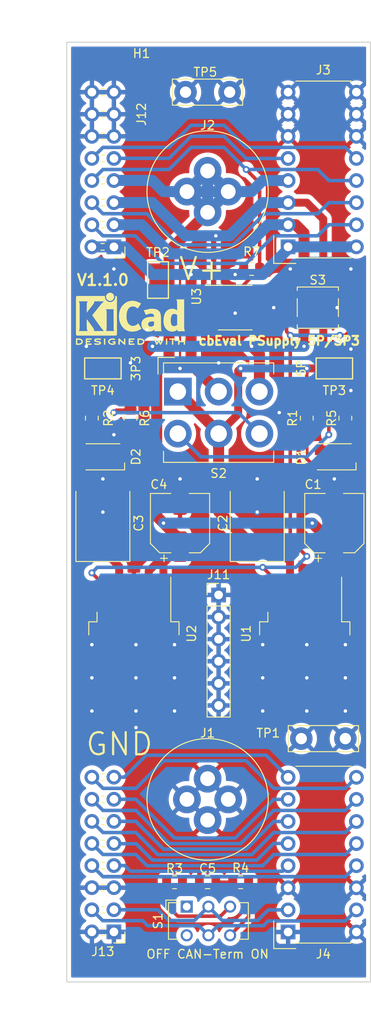
<source format=kicad_pcb>
(kicad_pcb (version 20211014) (generator pcbnew)
  (title_block (title "cbEval PSupply 5P/3P3") (rev "1.0.0"))
  (layers (0 "F.Cu" signal) (31 "B.Cu" signal) (34 "B.Paste" user) (35 "F.Paste" user) (36 "B.SilkS" user "B.Silkscreen") (37 "F.SilkS" user "F.Silkscreen") (38 "B.Mask" user) (39 "F.Mask" user) (44 "Edge.Cuts" user))
  (property "TITLE" "cbEval PSupply 5P/3P3")
  (property "VERSION" "V1.1.0")
  (net 0 "")
  (net 1 "VCC")
  (net 2 "GND")
  (net 3 "+5V")
  (net 4 "+3V3")
  (net 5 "~{RESET}")
  (net 6 "Net-(D1-Pad4)")
  (net 7 "Net-(D2-Pad4)")
  (net 8 "Net-(D1-Pad2)")
  (net 9 "/SPI-ADR2")
  (net 10 "/One-Wire")
  (net 11 "Net-(D2-Pad2)")
  (net 12 "+VDC")
  (net 13 "Net-(C5-Pad1)")
  (net 14 "Net-(R3-Pad2)")
  (net 15 "Net-(R4-Pad2)")
  (net 18 "Net-(R5-Pad1)")
  (net 19 "Net-(R6-Pad1)")
  (net 20 "~{PWR-FAIL}")
  (net 21 "-15V")
  (net 22 "+15V")
  (net 23 "/I2C-SCL")
  (net 24 "/I2C-SDA")
  (net 25 "/SPI-ADR1")
  (net 26 "/SPI-ADR0")
  (net 27 "/SPI-~{CE}")
  (net 28 "/SPI-CLK")
  (net 29 "/SPI-MRST")
  (net 30 "/SPI-MTSR")
  (net 31 "/CAN-L")
  (net 32 "/CAN-H")
  (net 33 "/Reserved1")
  (net 34 "/Reserved0")
  (footprint "BTech.Housing:Camdenboss.CIME.E.BE3500S.1x" (layer "F.Cu") (at 146.05 100.965)
    (fp_text reference "H1")
    (fp_text value "CIME.E.BE3500S.1x")
    (fp_line (start 17.5 -54) (end 17.5 54) (layer "Edge.Cuts") (width 0.12))
    (fp_line (start 17.5 54) (end -17.5 54) (layer "Edge.Cuts") (width 0.12))
    (fp_line (start -17.5 54) (end -17.5 -54) (layer "Edge.Cuts") (width 0.12))
    (fp_line (start -17.5 -54) (end 17.5 -54) (layer "Edge.Cuts") (width 0.12))
  )
  (footprint "BTech.Connector.4mm:CAL.CT3151V1" (layer "F.Cu") (at 144.78 133.985)
    (fp_text reference "J1")
    (fp_text value "CAL.CT3151V1-0" hide)
  )
  (footprint "TestPoint:TestPoint_Keystone_5019_Minature" (layer "F.Cu") (at 132.715 84.455)
    (fp_text reference "TP4")
    (fp_text value "SMT5019" hide)
  )
  (footprint "BTech.Connector.AMPMODU-ModII:Socket.Hor.2x5.6-5535512-4" (layer "F.Cu") (at 161.925 141.605)
    (fp_text reference "J4")
    (fp_text value "Socket.Hor.2x8.1-5535512-8" hide)
  )
  (footprint "Symbol:KiCad-Logo2_5mm_SilkScreen" (layer "F.Cu") (at 135.89 78.74)
    (fp_text reference "MP1" hide)
    (fp_text value "KiCAD-DesignedWith-Logo2.5mm.SilkScreen" hide)
  )
  (footprint "BTech.Connector.AMPMODU-ModII:Socket.Hor.2x5.6-5535512-4" (layer "F.Cu") (at 161.925 62.865)
    (fp_text reference "J3")
    (fp_text value "Socket.Hor.2x8.1-5535512-8" hide)
  )
  (footprint "BTech.Connector.4mm:CAL.CT3151V1" (layer "F.Cu") (at 144.78 64.135)
    (fp_text reference "J2")
    (fp_text value "CAL.CT3151V1-2" hide)
  )
  (footprint "LED_SMD:LED_Avago_PLCC4_3.2x2.8mm_CW" (layer "F.Cu") (at 132.715 94.615 180)
    (fp_text reference "D2")
    (fp_text value "E682KRKGWT" hide)
  )
  (footprint "Resistor_SMD:R_0805_2012Metric" (layer "F.Cu") (at 156.21 90.17 90)
    (fp_text reference "R1")
    (fp_text value "649R" hide)
  )
  (footprint "BTech.Button-Switch:E-Switch.100A.M2.DPDT" (layer "F.Cu") (at 146.05 89.535)
    (fp_text reference "S2")
    (fp_text value "E-Switch.100A.WDP1.T2.B4.M2" hide)
  )
  (footprint "Package_TO_SOT_SMD:TO-263-5_TabPin3" (layer "F.Cu") (at 155.975 116.525 -90)
    (fp_text reference "U1")
    (fp_text value "MIC29151-5.0WU" hide)
  )
  (footprint "Capacitor_SMD:C_0805_2012Metric" (layer "F.Cu") (at 144.78 143.51 180)
    (fp_text reference "C5")
    (fp_text value "4n7" hide)
  )
  (footprint "Resistor_SMD:R_0805_2012Metric" (layer "F.Cu") (at 135.89 90.17 -90)
    (fp_text reference "R6")
    (fp_text value "649R" hide)
  )
  (footprint "Package_SO:SOIC-8_3.9x4.9mm_P1.27mm" (layer "F.Cu") (at 147.955 77.47)
    (fp_text reference "U3")
    (fp_text value "DS1834AS+" hide)
  )
  (footprint "TestPoint:TestPoint_Bridge_Pitch5.08mm_Drill1.3mm" (layer "F.Cu") (at 155.575 127)
    (fp_text reference "TP1")
    (fp_text value "TAB1287" hide)
  )
  (footprint "BTech.PinHeader.2-54mm:PinHeader_2x08_P2.54mm_Horizontal" (layer "F.Cu") (at 133.985 70.485 180)
    (fp_text reference "J12")
    (fp_text value "Header.Hor.2x8.9-103326-0-08" hide)
  )
  (footprint "TestPoint:TestPoint_Bridge_Pitch5.08mm_Drill1.3mm" (layer "F.Cu") (at 147.32 52.705 180)
    (fp_text reference "TP5")
    (fp_text value "TAB1287" hide)
  )
  (footprint "Resistor_SMD:R_0805_2012Metric" (layer "F.Cu") (at 140.97 143.51 180)
    (fp_text reference "R3")
    (fp_text value "60R4" hide)
  )
  (footprint "Button_Switch_SMD:SW_SPST_TL3305A" (layer "F.Cu") (at 157.48 77.47 180)
    (fp_text reference "S3")
    (fp_text value "TL3305A" hide)
  )
  (footprint "Resistor_SMD:R_0805_2012Metric" (layer "F.Cu") (at 160.655 90.17 -90)
    (fp_text reference "R5")
    (fp_text value "649R" hide)
  )
  (footprint "Capacitor_Tantalum_SMD:CP_EIA-7360-38_Kemet-E" (layer "F.Cu") (at 150.495 102.235 90)
    (fp_text reference "C2")
    (fp_text value "10µ" hide)
  )
  (footprint "TestPoint:TestPoint_Keystone_5019_Minature" (layer "F.Cu") (at 139.065 74.295 90)
    (fp_text reference "TP2")
    (fp_text value "SMT5019" hide)
  )
  (footprint "Capacitor_SMD:CP_Elec_6.3x7.7" (layer "F.Cu") (at 159.385 102.235 90)
    (fp_text reference "C1")
    (fp_text value "100µ" hide)
  )
  (footprint "Capacitor_Tantalum_SMD:CP_EIA-7360-38_Kemet-E" (layer "F.Cu") (at 132.715 102.235 90)
    (fp_text reference "C3")
    (fp_text value "10µ" hide)
  )
  (footprint "Capacitor_SMD:CP_Elec_6.3x7.7" (layer "F.Cu") (at 141.605 102.235 90)
    (fp_text reference "C4")
    (fp_text value "100µ" hide)
  )
  (footprint "Package_TO_SOT_SMD:TO-263-5_TabPin3" (layer "F.Cu") (at 136.29 116.525 -90)
    (fp_text reference "U2")
    (fp_text value "MIC29151-3.3WU" hide)
  )
  (footprint "Resistor_SMD:R_0805_2012Metric" (layer "F.Cu") (at 148.59 143.51)
    (fp_text reference "R4")
    (fp_text value "60R4" hide)
  )
  (footprint "Resistor_SMD:R_0805_2012Metric" (layer "F.Cu") (at 131.445 90.17 90)
    (fp_text reference "R2")
    (fp_text value "240R" hide)
  )
  (footprint "BTech.PinHeader.2-54mm:PinHeader_2x08_P2.54mm_Horizontal" (layer "F.Cu") (at 133.985 149.21 180)
    (fp_text reference "J13")
    (fp_text value "Header.Hor.2x8.9-103326-0-08" hide)
  )
  (footprint "TestPoint:TestPoint_Keystone_5019_Minature" (layer "F.Cu") (at 159.385 84.455)
    (fp_text reference "TP3")
    (fp_text value "SMT5019" hide)
  )
  (footprint "Button_Switch_THT:SW_CuK_JS202011CQN_DPDT_Straight" (layer "F.Cu") (at 142.3725 146.305)
    (fp_text reference "S1")
    (fp_text value "C&K-JS202011" hide)
  )
  (footprint "Connector_PinHeader_2.54mm:PinHeader_1x06_P2.54mm_Vertical" (layer "F.Cu") (at 146.05 110.49)
    (fp_text reference "J11")
    (fp_text value "Bergstik-II_6" hide)
  )
  (footprint "LED_SMD:LED_Avago_PLCC4_3.2x2.8mm_CW" (layer "F.Cu") (at 159.385 94.615 180)
    (fp_text reference "D1")
    (fp_text value "E682KRKGWT" hide)
  )
  (footprint "Resistor_SMD:R_0805_2012Metric" (layer "F.Cu") (at 149.86 73.025)
    (fp_text reference "R7")
    (fp_text value "10k" hide)
  )
  (gr_text "GND" (at 134.62 127.635) (layer "F.SilkS") (effects (font (size 2.54 2.54) (thickness 0.254))))
  (gr_text "${TITLE}" (at 153.035 81.28) (layer "F.SilkS") (effects (font (size 1.016 1.016) (thickness 0.254))))
  (gr_text "${VERSION}" (at 132.715 74.295) (layer "F.SilkS") (effects (font (size 1.27 1.27) (thickness 0.254))))
  (gr_text "V+" (at 144.145 73.025) (layer "F.SilkS") (effects (font (size 2.54 2.54) (thickness 0.254))))
  (gr_text "OFF CAN-Term ON" (at 144.78 151.765) (layer "F.SilkS") (effects (font (size 1 1))))
  (gr_text "3P3" (at 136.525 84.455 90) (layer "F.SilkS") (effects (font (size 1 1))))
  (gr_text "5P" (at 155.575 84.455 90) (layer "F.SilkS") (effects (font (size 1 1))))
  (segment (start 142.875 83.945) (end 142.875 73.66) (width 1.27) (layer "F.Cu") (net 1))
  (segment (start 146.05 87.12) (end 142.875 83.945) (width 1.27) (layer "F.Cu") (net 1))
  (segment (start 148.9475 73.025) (end 148.59 73.025) (width 0.4064) (layer "F.Cu") (net 1))
  (segment (start 148.59 73.025) (end 147.955 73.66) (width 0.4064) (layer "F.Cu") (net 1))
  (via (at 147.955 73.66) (size 0.8) (drill 0.4) (layers "F.Cu" "B.Cu") (net 1))
  (via (at 142.875 73.66) (size 0.8) (drill 0.4) (layers "F.Cu" "B.Cu") (net 1))
  (segment (start 135.255 70.485) (end 133.985 70.485) (width 1.27) (layer "B.Cu") (net 1))
  (segment (start 138.43 73.66) (end 135.255 70.485) (width 1.27) (layer "B.Cu") (net 1))
  (segment (start 147.955 73.66) (end 138.43 73.66) (width 1.27) (layer "B.Cu") (net 1))
  (segment (start 147.955 73.66) (end 151.13 73.66) (width 1.27) (layer "B.Cu") (net 1))
  (segment (start 154.055 70.485) (end 154.055 70.735) (width 1.27) (layer "B.Cu") (net 1))
  (segment (start 154.055 70.485) (end 161.925 70.485) (width 1.27) (layer "B.Cu") (net 1))
  (segment (start 131.445 70.485) (end 133.985 70.485) (width 1.27) (layer "B.Cu") (net 1))
  (segment (start 154.055 70.735) (end 151.13 73.66) (width 1.27) (layer "B.Cu") (net 1))
  (via (at 140.97 120.015) (size 0.8) (drill 0.4) (layers "F.Cu" "B.Cu") (net 2))
  (via (at 133.985 92.075) (size 0.8) (drill 0.4) (layers "F.Cu" "B.Cu") (net 2))
  (via (at 159.385 97.155) (size 0.8) (drill 0.4) (layers "F.Cu" "B.Cu") (net 2))
  (via (at 152.4 77.47) (size 0.8) (drill 0.4) (layers "F.Cu" "B.Cu") (net 2))
  (via (at 150.495 100.965) (size 0.8) (drill 0.4) (layers "F.Cu" "B.Cu") (net 2))
  (via (at 146.05 83.82) (size 0.8) (drill 0.4) (layers "F.Cu" "B.Cu") (net 2))
  (via (at 131.445 116.205) (size 0.8) (drill 0.4) (layers "F.Cu" "B.Cu") (net 2))
  (via (at 161.29 73.025) (size 0.8) (drill 0.4) (layers "F.Cu" "B.Cu") (net 2))
  (via (at 135.89 83.82) (size 0.8) (drill 0.4) (layers "F.Cu" "B.Cu") (net 2))
  (via (at 151.13 123.825) (size 0.8) (drill 0.4) (layers "F.Cu" "B.Cu") (net 2))
  (via (at 156.21 120.015) (size 0.8) (drill 0.4) (layers "F.Cu" "B.Cu") (net 2))
  (via (at 147.955 78.105) (size 0.8) (drill 0.4) (layers "F.Cu" "B.Cu") (net 2))
  (via (at 136.525 125.73) (size 0.8) (drill 0.4) (layers "F.Cu" "B.Cu") (net 2))
  (via (at 159.7025 77.47) (size 0.8) (drill 0.4) (layers "F.Cu" "B.Cu") (net 2))
  (via (at 156.21 116.205) (size 0.8) (drill 0.4) (layers "F.Cu" "B.Cu") (net 2))
  (via (at 150.495 97.155) (size 0.8) (drill 0.4) (layers "F.Cu" "B.Cu") (net 2))
  (via (at 156.21 123.825) (size 0.8) (drill 0.4) (layers "F.Cu" "B.Cu") (net 2))
  (via (at 160.655 116.205) (size 0.8) (drill 0.4) (layers "F.Cu" "B.Cu") (net 2))
  (via (at 160.655 123.825) (size 0.8) (drill 0.4) (layers "F.Cu" "B.Cu") (net 2))
  (via (at 133.985 73.025) (size 0.8) (drill 0.4) (layers "F.Cu" "B.Cu") (net 2))
  (via (at 140.97 123.825) (size 0.8) (drill 0.4) (layers "F.Cu" "B.Cu") (net 2))
  (via (at 160.655 120.015) (size 0.8) (drill 0.4) (layers "F.Cu" "B.Cu") (net 2))
  (via (at 132.715 100.965) (size 0.8) (drill 0.4) (layers "F.Cu" "B.Cu") (net 2))
  (via (at 132.715 97.155) (size 0.8) (drill 0.4) (layers "F.Cu" "B.Cu") (net 2))
  (via (at 141.605 84.455) (size 0.8) (drill 0.4) (layers "F.Cu" "B.Cu") (net 2))
  (via (at 136.525 116.205) (size 0.8) (drill 0.4) (layers "F.Cu" "B.Cu") (net 2))
  (via (at 161.29 86.995) (size 0.8) (drill 0.4) (layers "F.Cu" "B.Cu") (net 2))
  (via (at 136.525 120.015) (size 0.8) (drill 0.4) (layers "F.Cu" "B.Cu") (net 2))
  (via (at 153.035 89.535) (size 0.8) (drill 0.4) (layers "F.Cu" "B.Cu") (net 2))
  (via (at 131.445 123.825) (size 0.8) (drill 0.4) (layers "F.Cu" "B.Cu") (net 2))
  (via (at 131.445 120.015) (size 0.8) (drill 0.4) (layers "F.Cu" "B.Cu") (net 2))
  (via (at 141.605 97.155) (size 0.8) (drill 0.4) (layers "F.Cu" "B.Cu") (net 2))
  (via (at 137.795 80.01) (size 0.8) (drill 0.4) (layers "F.Cu" "B.Cu") (net 2))
  (via (at 140.97 116.205) (size 0.8) (drill 0.4) (layers "F.Cu" "B.Cu") (net 2))
  (via (at 151.13 116.205) (size 0.8) (drill 0.4) (layers "F.Cu" "B.Cu") (net 2))
  (via (at 151.13 120.015) (size 0.8) (drill 0.4) (layers "F.Cu" "B.Cu") (net 2))
  (via (at 154.305 73.025) (size 0.8) (drill 0.4) (layers "F.Cu" "B.Cu") (net 2))
  (via (at 161.29 82.2325) (size 0.8) (drill 0.4) (layers "F.Cu" "B.Cu") (net 2))
  (via (at 136.525 123.825) (size 0.8) (drill 0.4) (layers "F.Cu" "B.Cu") (net 2))
  (via (at 130.81 81.915) (size 0.8) (drill 0.4) (layers "F.Cu" "B.Cu") (net 2))
  (segment (start 146.05 91.82) (end 141.35 87.12) (width 1.27) (layer "F.Cu") (net 3))
  (segment (start 156.21 84.455) (end 159.385 84.455) (width 0.9144) (layer "F.Cu") (net 3))
  (segment (start 159.385 84.455) (end 158.115 83.185) (width 0.9144) (layer "F.Cu") (net 3))
  (segment (start 150.495 105.3475) (end 146.05 100.9025) (width 1.27) (layer "F.Cu") (net 3))
  (segment (start 154.275 110.75) (end 154.275 106.65) (width 0.9144) (layer "F.Cu") (net 3))
  (segment (start 146.05 100.9025) (end 146.05 91.95) (width 1.27) (layer "F.Cu") (net 3))
  (segment (start 145.48 69.4675) (end 145.7325 69.215) (width 0.6096) (layer "F.Cu") (net 3))
  (segment (start 148.306711 84.738289) (end 148.59 84.455) (width 0.9144) (layer "F.Cu") (net 3))
  (segment (start 156.21 89.2575) (end 156.21 84.455) (width 0.4064) (layer "F.Cu") (net 3))
  (segment (start 146.05 91.95) (end 146.05 91.82) (width 1.27) (layer "F.Cu") (net 3))
  (segment (start 152.9725 105.3475) (end 150.495 105.3475) (width 0.9144) (layer "F.Cu") (net 3))
  (segment (start 158.115 67.31) (end 156.21 65.405) (width 0.9144) (layer "F.Cu") (net 3))
  (segment (start 146.05 91.95) (end 148.306711 89.693289) (width 0.9144) (layer "F.Cu") (net 3))
  (segment (start 158.115 83.185) (end 158.115 67.31) (width 0.9144) (layer "F.Cu") (net 3))
  (segment (start 145.48 75.565) (end 145.48 69.4675) (width 0.6096) (layer "F.Cu") (net 3))
  (segment (start 156.21 65.405) (end 154.055 65.405) (width 0.9144) (layer "F.Cu") (net 3))
  (segment (start 154.275 106.65) (end 152.9725 105.3475) (width 0.9144) (layer "F.Cu") (net 3))
  (segment (start 148.306711 89.693289) (end 148.306711 84.738289) (width 0.9144) (layer "F.Cu") (net 3))
  (via (at 156.21 84.455) (size 0.8) (drill 0.4) (layers "F.Cu" "B.Cu") (net 3))
  (via (at 145.7325 69.215) (size 0.8) (drill 0.4) (layers "F.Cu" "B.Cu") (net 3))
  (via (at 148.59 84.455) (size 0.8) (drill 0.4) (layers "F.Cu" "B.Cu") (net 3))
  (segment (start 133.985 65.405) (end 134 65.39) (width 1.27) (layer "B.Cu") (net 3))
  (segment (start 134 65.39) (end 138.415 65.39) (width 1.27) (layer "B.Cu") (net 3))
  (segment (start 142.24 69.215) (end 147.32 69.215) (width 1.27) (layer "B.Cu") (net 3))
  (segment (start 151.13 65.405) (end 154.055 65.405) (width 1.27) (layer "B.Cu") (net 3))
  (segment (start 148.59 84.455) (end 156.21 84.455) (width 0.9144) (layer "B.Cu") (net 3))
  (segment (start 138.415 65.39) (end 142.24 69.215) (width 1.27) (layer "B.Cu") (net 3))
  (segment (start 147.32 69.215) (end 151.13 65.405) (width 1.27) (layer "B.Cu") (net 3))
  (segment (start 150.43 75.565) (end 151.4475 75.565) (width 0.6096) (layer "F.Cu") (net 4))
  (segment (start 132.715 84.455) (end 132.715 82.55) (width 1.27) (layer "F.Cu") (net 4))
  (segment (start 151.4475 75.565) (end 152.7175 74.295) (width 0.6096) (layer "F.Cu") (net 4))
  (segment (start 132.715 105.3475) (end 137.445978 100.616522) (width 1.27) (layer "F.Cu") (net 4))
  (segment (start 155.8925 68.8975) (end 154.94 67.945) (width 1.27) (layer "F.Cu") (net 4))
  (segment (start 154.94 67.945) (end 154.055 67.945) (width 1.27) (layer "F.Cu") (net 4))
  (segment (start 134.59 107.2225) (end 132.715 105.3475) (width 0.9144) (layer "F.Cu") (net 4))
  (segment (start 137.445978 82.899022) (end 138.43 81.915) (width 1.27) (layer "F.Cu") (net 4))
  (segment (start 152.7175 74.295) (end 155.8925 74.295) (width 0.6096) (layer "F.Cu") (net 4))
  (segment (start 150.749991 87.119993) (end 150.749991 82.804991) (width 1.27) (layer "F.Cu") (net 4))
  (segment (start 131.445 89.2575) (end 131.445 85.725) (width 0.4064) (layer "F.Cu") (net 4))
  (segment (start 132.715 82.55) (end 133.35 81.915) (width 1.27) (layer "F.Cu") (net 4))
  (segment (start 134.59 110.75) (end 134.59 107.2225) (width 0.9144) (layer "F.Cu") (net 4))
  (segment (start 131.445 85.725) (end 132.715 84.455) (width 0.4064) (layer "F.Cu") (net 4))
  (segment (start 150.749991 82.804991) (end 149.86 81.915) (width 1.27) (layer "F.Cu") (net 4))
  (segment (start 137.445978 100.616522) (end 137.445978 82.899022) (width 1.27) (layer "F.Cu") (net 4))
  (segment (start 155.8925 68.8975) (end 155.8925 74.295) (width 1.27) (layer "F.Cu") (net 4))
  (segment (start 155.8925 74.295) (end 155.8925 81.915) (width 1.27) (layer "F.Cu") (net 4))
  (segment (start 133.35 81.915) (end 138.43 81.915) (width 1.27) (layer "F.Cu") (net 4))
  (via (at 149.86 81.915) (size 0.8) (drill 0.4) (layers "F.Cu" "B.Cu") (net 4))
  (via (at 155.8925 81.915) (size 0.8) (drill 0.4) (layers "F.Cu" "B.Cu") (net 4))
  (via (at 138.43 81.915) (size 0.8) (drill 0.4) (layers "F.Cu" "B.Cu") (net 4))
  (segment (start 148.419579 71.290421) (end 151.765 67.945) (width 1.27) (layer "B.Cu") (net 4))
  (segment (start 133.985 67.945) (end 137.16 67.945) (width 1.27) (layer "B.Cu") (net 4))
  (segment (start 155.8925 81.915) (end 149.86 81.915) (width 1.27) (layer "B.Cu") (net 4))
  (segment (start 149.86 81.915) (end 138.43 81.915) (width 1.27) (layer "B.Cu") (net 4))
  (segment (start 137.16 67.945) (end 140.505421 71.290421) (width 1.27) (layer "B.Cu") (net 4))
  (segment (start 151.765 67.945) (end 154.055 67.945) (width 1.27) (layer "B.Cu") (net 4))
  (segment (start 140.505421 71.290421) (end 148.419579 71.290421) (width 1.27) (layer "B.Cu") (net 4))
  (segment (start 150.7725 73.025) (end 150.7725 63.1425) (width 0.4064) (layer "F.Cu") (net 5))
  (segment (start 145.48 76.835) (end 148.59 76.835) (width 0.4064) (layer "F.Cu") (net 5))
  (segment (start 148.59 75.2075) (end 148.59 76.835) (width 0.4064) (layer "F.Cu") (net 5))
  (segment (start 150.7725 73.025) (end 148.59 75.2075) (width 0.4064) (layer "F.Cu") (net 5))
  (segment (start 148.59 76.835) (end 150.43 76.835) (width 0.4064) (layer "F.Cu") (net 5))
  (segment (start 150.7725 63.1425) (end 149.225 61.595) (width 0.4064) (layer "F.Cu") (net 5))
  (via (at 149.225 61.595) (size 0.8) (drill 0.4) (layers "F.Cu" "B.Cu") (net 5))
  (segment (start 142.875 59.055) (end 146.685 59.055) (width 0.4064) (layer "B.Cu") (net 5))
  (segment (start 157.48 61.595) (end 158.75 62.865) (width 0.4064) (layer "B.Cu") (net 5))
  (segment (start 132.715 61.595) (end 140.335 61.595) (width 0.4064) (layer "B.Cu") (net 5))
  (segment (start 140.335 61.595) (end 142.875 59.055) (width 0.4064) (layer "B.Cu") (net 5))
  (segment (start 158.75 62.865) (end 161.925 62.865) (width 0.4064) (layer "B.Cu") (net 5))
  (segment (start 146.685 59.055) (end 149.225 61.595) (width 0.4064) (layer "B.Cu") (net 5))
  (segment (start 131.445 62.865) (end 132.715 61.595) (width 0.4064) (layer "B.Cu") (net 5))
  (segment (start 149.225 61.595) (end 157.48 61.595) (width 0.4064) (layer "B.Cu") (net 5))
  (segment (start 160.885 92.305) (end 160.655 92.075) (width 0.4064) (layer "F.Cu") (net 6))
  (segment (start 160.655 92.075) (end 160.655 91.0825) (width 0.4064) (layer "F.Cu") (net 6))
  (segment (start 160.885 93.865) (end 160.885 92.305) (width 0.4064) (layer "F.Cu") (net 6))
  (segment (start 135.89 91.0825) (end 135.89 92.19) (width 0.4064) (layer "F.Cu") (net 7))
  (segment (start 135.89 92.19) (end 134.215 93.865) (width 0.4064) (layer "F.Cu") (net 7))
  (segment (start 156.7286 95.365) (end 157.885 95.365) (width 0.4064) (layer "F.Cu") (net 8))
  (segment (start 156.21 94.8464) (end 156.7286 95.365) (width 0.4064) (layer "F.Cu") (net 8))
  (segment (start 156.21 91.0825) (end 156.21 94.8464) (width 0.4064) (layer "F.Cu") (net 8))
  (segment (start 135.19 131.43) (end 137.715 128.905) (width 0.4064) (layer "B.Cu") (net 9))
  (segment (start 151.515001 128.905) (end 154.055001 131.445) (width 0.4064) (layer "B.Cu") (net 9))
  (segment (start 133.985 131.43) (end 135.19 131.43) (width 0.4064) (layer "B.Cu") (net 9))
  (segment (start 137.715 128.905) (end 151.515001 128.905) (width 0.4064) (layer "B.Cu") (net 9))
  (segment (start 149.225 129.54) (end 152.4 132.715) (width 0.4064) (layer "B.Cu") (net 10))
  (segment (start 160.655 132.715) (end 161.925 131.445) (width 0.4064) (layer "B.Cu") (net 10))
  (segment (start 131.445 131.43) (end 132.73 132.715) (width 0.4064) (layer "B.Cu") (net 10))
  (segment (start 152.4 132.715) (end 160.655 132.715) (width 0.4064) (layer "B.Cu") (net 10))
  (segment (start 136.525 132.715) (end 139.7 129.54) (width 0.4064) (layer "B.Cu") (net 10))
  (segment (start 139.7 129.54) (end 149.225 129.54) (width 0.4064) (layer "B.Cu") (net 10))
  (segment (start 132.73 132.715) (end 136.525 132.715) (width 0.4064) (layer "B.Cu") (net 10))
  (segment (start 132.715 92.71) (end 132.715 95.0214) (width 0.4064) (layer "F.Cu") (net 11))
  (segment (start 131.445 91.44) (end 132.715 92.71) (width 0.4064) (layer "F.Cu") (net 11))
  (segment (start 131.445 91.0825) (end 131.445 91.44) (width 0.4064) (layer "F.Cu") (net 11))
  (segment (start 132.715 95.0214) (end 132.3714 95.365) (width 0.4064) (layer "F.Cu") (net 11))
  (segment (start 132.3714 95.365) (end 131.215 95.365) (width 0.4064) (layer "F.Cu") (net 11))
  (segment (start 137.99 110.75) (end 137.99 107.755) (width 0.9144) (layer "F.Cu") (net 12))
  (segment (start 159.375 107.325) (end 159.375 104.945) (width 0.9144) (layer "F.Cu") (net 12))
  (segment (start 138.915489 101.450489) (end 139.7 102.235) (width 1.27) (layer "F.Cu") (net 12))
  (segment (start 157.675 110.75) (end 157.675 107.755) (width 0.9144) (layer "F.Cu") (net 12))
  (segment (start 138.895 106.85) (end 139.69 106.85) (width 0.9144) (layer "F.Cu") (net 12))
  (segment (start 157.675 107.755) (end 158.115 107.315) (width 0.9144) (layer "F.Cu") (net 12))
  (segment (start 139.69 110.75) (end 139.69 106.85) (width 0.9144) (layer "F.Cu") (net 12))
  (segment (start 137.99 107.755) (end 138.895 106.85) (width 0.9144) (layer "F.Cu") (net 12))
  (segment (start 158.115 107.315) (end 159.365 107.315) (width 0.9144) (layer "F.Cu") (net 12))
  (segment (start 159.365 107.315) (end 159.375 107.325) (width 0.9144) (layer "F.Cu") (net 12))
  (segment (start 141.605 104.14) (end 139.7 102.235) (width 1.27) (layer "F.Cu") (net 12))
  (segment (start 159.385 104.775) (end 156.845 102.235) (width 1.27) (layer "F.Cu") (net 12))
  (segment (start 139.69 106.85) (end 141.605 104.935) (width 0.9144) (layer "F.Cu") (net 12))
  (segment (start 159.385 104.935) (end 159.385 104.775) (width 1.27) (layer "F.Cu") (net 12))
  (segment (start 159.375 110.75) (end 159.375 107.325) (width 0.9144) (layer "F.Cu") (net 12))
  (segment (start 159.375 104.945) (end 159.385 104.935) (width 0.9144) (layer "F.Cu") (net 12))
  (segment (start 138.915489 84.852391) (end 138.915489 101.450489) (width 1.27) (layer "F.Cu") (net 12))
  (segment (start 141.605 104.935) (end 141.605 104.14) (width 1.27) (layer "F.Cu") (net 12))
  (segment (start 140.335 70.96) (end 140.335 83.43288) (width 1.27) (layer "F.Cu") (net 12))
  (segment (start 140.335 83.43288) (end 138.915489 84.852391) (width 1.27) (layer "F.Cu") (net 12))
  (segment (start 144.78 66.515) (end 140.335 70.96) (width 1.27) (layer "F.Cu") (net 12))
  (via (at 139.7 102.235) (size 0.8) (drill 0.4) (layers "F.Cu" "B.Cu") (net 12))
  (via (at 156.845 102.235) (size 0.8) (drill 0.4) (layers "F.Cu" "B.Cu") (net 12))
  (segment (start 139.7 64.135) (end 142.4 64.135) (width 1.27) (layer "B.Cu") (net 12))
  (segment (start 149.86 64.135) (end 151.13 62.865) (width 1.27) (layer "B.Cu") (net 12))
  (segment (start 142.4 64.135) (end 147.16 64.135) (width 1.27) (layer "B.Cu") (net 12))
  (segment (start 151.13 62.865) (end 154.055 62.865) (width 1.27) (layer "B.Cu") (net 12))
  (segment (start 144.78 66.515) (end 144.78 61.755) (width 1.27) (layer "B.Cu") (net 12))
  (segment (start 147.16 64.135) (end 149.86 64.135) (width 1.27) (layer "B.Cu") (net 12))
  (segment (start 144.78 61.755) (end 142.4 64.135) (width 1.27) (layer "B.Cu") (net 12))
  (segment (start 142.4 64.135) (end 144.78 66.515) (width 1.27) (layer "B.Cu") (net 12))
  (segment (start 138.415 62.85) (end 139.7 64.135) (width 1.27) (layer "B.Cu") (net 12))
  (segment (start 147.16 64.135) (end 144.78 61.755) (width 1.27) (layer "B.Cu") (net 12))
  (segment (start 133.985 62.865) (end 134 62.85) (width 1.27) (layer "B.Cu") (net 12))
  (segment (start 139.7 102.235) (end 156.845 102.235) (width 1.27) (layer "B.Cu") (net 12))
  (segment (start 134 62.85) (end 138.415 62.85) (width 1.27) (layer "B.Cu") (net 12))
  (segment (start 144.78 66.515) (end 147.16 64.135) (width 1.27) (layer "B.Cu") (net 12))
  (segment (start 145.415 144.78) (end 145.73 144.465) (width 0.4064) (layer "F.Cu") (net 13))
  (segment (start 141.8825 143.51) (end 143.1525 144.78) (width 0.4064) (layer "F.Cu") (net 13))
  (segment (start 143.1525 144.78) (end 145.415 144.78) (width 0.4064) (layer "F.Cu") (net 13))
  (segment (start 147.6775 143.51) (end 145.73 143.51) (width 0.4064) (layer "F.Cu") (net 13))
  (segment (start 145.73 144.465) (end 145.73 143.51) (width 0.4064) (layer "F.Cu") (net 13))
  (segment (start 146.269789 147.407711) (end 147.3725 146.305) (width 0.4064) (layer "F.Cu") (net 14))
  (segment (start 141.350331 147.407711) (end 146.269789 147.407711) (width 0.4064) (layer "F.Cu") (net 14))
  (segment (start 140.0575 146.11488) (end 141.350331 147.407711) (width 0.4064) (layer "F.Cu") (net 14))
  (segment (start 140.0575 143.51) (end 140.0575 146.11488) (width 0.4064) (layer "F.Cu") (net 14))
  (segment (start 149.5025 147.475) (end 147.3725 149.605) (width 0.4064) (layer "F.Cu") (net 15))
  (segment (start 149.5025 143.51) (end 149.5025 147.475) (width 0.4064) (layer "F.Cu") (net 15))
  (segment (start 158.75 92.075) (end 158.75 89.535) (width 0.4064) (layer "F.Cu") (net 18))
  (segment (start 158.75 89.535) (end 159.0275 89.2575) (width 0.4064) (layer "F.Cu") (net 18))
  (segment (start 159.0275 89.2575) (end 160.655 89.2575) (width 0.4064) (layer "F.Cu") (net 18))
  (via (at 158.75 92.075) (size 0.8) (drill 0.4) (layers "F.Cu" "B.Cu") (net 18))
  (segment (start 141.35 91.95) (end 144.015 94.615) (width 0.4064) (layer "B.Cu") (net 18))
  (segment (start 156.21 94.615) (end 158.75 92.075) (width 0.4064) (layer "B.Cu") (net 18))
  (segment (start 144.015 94.615) (end 153.035 94.615) (width 0.4064) (layer "B.Cu") (net 18))
  (segment (start 153.035 94.615) (end 156.21 94.615) (width 0.4064) (layer "B.Cu") (net 18))
  (segment (start 134.2625 89.2575) (end 133.985 89.535) (width 0.4064) (layer "F.Cu") (net 19))
  (segment (start 135.89 89.2575) (end 134.2625 89.2575) (width 0.4064) (layer "F.Cu") (net 19))
  (via (at 133.985 89.535) (size 0.8) (drill 0.4) (layers "F.Cu" "B.Cu") (net 19))
  (segment (start 150.75 91.95) (end 148.335 89.535) (width 0.4064) (layer "B.Cu") (net 19))
  (segment (start 148.335 89.535) (end 133.985 89.535) (width 0.4064) (layer "B.Cu") (net 19))
  (segment (start 154.305 80.645) (end 154.305 104.14) (width 0.4064) (layer "F.Cu") (net 20))
  (segment (start 152.17 78.97) (end 153.88 78.97) (width 0.4064) (layer "F.Cu") (net 20))
  (segment (start 132.89 110.75) (end 132.89 109.395) (width 0.4064) (layer "F.Cu") (net 20))
  (segment (start 161.08 80.22) (end 161.08 78.97) (width 0.4064) (layer "F.Cu") (net 20))
  (segment (start 160.02 80.645) (end 160.655 80.645) (width 0.4064) (layer "F.Cu") (net 20))
  (segment (start 153.88 78.97) (end 153.88 80.22) (width 0.4064) (layer "F.Cu") (net 20))
  (segment (start 151.765 79.375) (end 152.17 78.97) (width 0.4064) (layer "F.Cu") (net 20))
  (segment (start 152.575 108.76) (end 152.575 110.75) (width 0.4064) (layer "F.Cu") (net 20))
  (segment (start 151.13 107.315) (end 152.575 108.76) (width 0.4064) (layer "F.Cu") (net 20))
  (segment (start 132.89 109.395) (end 131.445 107.95) (width 0.4064) (layer "F.Cu") (net 20))
  (segment (start 160.655 80.645) (end 161.08 80.22) (width 0.4064) (layer "F.Cu") (net 20))
  (segment (start 153.88 80.22) (end 154.305 80.645) (width 0.4064) (layer "F.Cu") (net 20))
  (segment (start 154.305 104.14) (end 156.21 106.045) (width 0.4064) (layer "F.Cu") (net 20))
  (segment (start 150.43 79.375) (end 151.765 79.375) (width 0.4064) (layer "F.Cu") (net 20))
  (via (at 154.305 80.645) (size 0.8) (drill 0.4) (layers "F.Cu" "B.Cu") (net 20))
  (via (at 151.13 107.315) (size 0.8) (drill 0.4) (layers "F.Cu" "B.Cu") (net 20))
  (via (at 131.445 107.95) (size 0.8) (drill 0.4) (layers "F.Cu" "B.Cu") (net 20))
  (via (at 160.02 80.645) (size 0.8) (drill 0.4) (layers "F.Cu" "B.Cu") (net 20))
  (via (at 156.21 106.045) (size 0.8) (drill 0.4) (layers "F.Cu" "B.Cu") (net 20))
  (segment (start 151.13 107.315) (end 154.94 107.315) (width 0.4064) (layer "B.Cu") (net 20))
  (segment (start 154.305 80.645) (end 160.02 80.645) (width 0.4064) (layer "B.Cu") (net 20))
  (segment (start 132.08 107.315) (end 131.445 107.95) (width 0.4064) (layer "B.Cu") (net 20))
  (segment (start 151.13 107.315) (end 132.08 107.315) (width 0.4064) (layer "B.Cu") (net 20))
  (segment (start 154.94 107.315) (end 156.21 106.045) (width 0.4064) (layer "B.Cu") (net 20))
  (segment (start 157.48 66.675) (end 158.75 65.405) (width 0.4064) (layer "B.Cu") (net 21))
  (segment (start 147.749834 70.25271) (end 151.327544 66.675) (width 0.4064) (layer "B.Cu") (net 21))
  (segment (start 137.795 66.675) (end 141.372711 70.252711) (width 0.4064) (layer "B.Cu") (net 21))
  (segment (start 131.445 65.405) (end 132.715 66.675) (width 0.4064) (layer "B.Cu") (net 21))
  (segment (start 158.75 65.405) (end 161.925 65.405) (width 0.4064) (layer "B.Cu") (net 21))
  (segment (start 132.715 66.675) (end 137.795 66.675) (width 0.4064) (layer "B.Cu") (net 21))
  (segment (start 151.327544 66.675) (end 157.48 66.675) (width 0.4064) (layer "B.Cu") (net 21))
  (segment (start 141.372711 70.252711) (end 147.749834 70.25271) (width 0.4064) (layer "B.Cu") (net 21))
  (segment (start 131.445 67.945) (end 132.715 69.215) (width 0.4064) (layer "B.Cu") (net 22))
  (segment (start 136.440422 69.215) (end 139.615422 72.39) (width 0.4064) (layer "B.Cu") (net 22))
  (segment (start 158.75 67.945) (end 161.925 67.945) (width 0.4064) (layer "B.Cu") (net 22))
  (segment (start 139.615422 72.39) (end 149.225 72.39) (width 0.4064) (layer "B.Cu") (net 22))
  (segment (start 157.48 69.215) (end 158.75 67.945) (width 0.4064) (layer "B.Cu") (net 22))
  (segment (start 152.4 69.215) (end 157.48 69.215) (width 0.4064) (layer "B.Cu") (net 22))
  (segment (start 132.715 69.215) (end 136.440422 69.215) (width 0.4064) (layer "B.Cu") (net 22))
  (segment (start 149.225 72.39) (end 152.4 69.215) (width 0.4064) (layer "B.Cu") (net 22))
  (segment (start 142.875 56.515) (end 146.685 56.515) (width 0.4064) (layer "B.Cu") (net 23))
  (segment (start 131.445 60.325) (end 132.715 59.055) (width 0.4064) (layer "B.Cu") (net 23))
  (segment (start 146.685 56.515) (end 149.225 59.055) (width 0.4064) (layer "B.Cu") (net 23))
  (segment (start 160.655 59.055) (end 161.925 60.325) (width 0.4064) (layer "B.Cu") (net 23))
  (segment (start 132.715 59.055) (end 140.335 59.055) (width 0.4064) (layer "B.Cu") (net 23))
  (segment (start 140.335 59.055) (end 142.875 56.515) (width 0.4064) (layer "B.Cu") (net 23))
  (segment (start 149.225 59.055) (end 160.655 59.055) (width 0.4064) (layer "B.Cu") (net 23))
  (segment (start 146.685 57.785) (end 149.225 60.325) (width 0.4064) (layer "B.Cu") (net 24))
  (segment (start 142.875 57.785) (end 146.685 57.785) (width 0.4064) (layer "B.Cu") (net 24))
  (segment (start 134 60.31) (end 140.35 60.31) (width 0.4064) (layer "B.Cu") (net 24))
  (segment (start 133.985 60.325) (end 134 60.31) (width 0.4064) (layer "B.Cu") (net 24))
  (segment (start 149.225 60.325) (end 154.055 60.325) (width 0.4064) (layer "B.Cu") (net 24))
  (segment (start 140.35 60.31) (end 142.875 57.785) (width 0.4064) (layer "B.Cu") (net 24))
  (segment (start 140.335 139.065) (end 148.59 139.065) (width 0.4064) (layer "B.Cu") (net 25))
  (segment (start 160.655 135.255) (end 161.925 133.985) (width 0.4064) (layer "B.Cu") (net 25))
  (segment (start 136.525 135.255) (end 140.335 139.065) (width 0.4064) (layer "B.Cu") (net 25))
  (segment (start 148.59 139.065) (end 152.4 135.255) (width 0.4064) (layer "B.Cu") (net 25))
  (segment (start 132.73 135.255) (end 136.525 135.255) (width 0.4064) (layer "B.Cu") (net 25))
  (segment (start 131.445 133.97) (end 132.73 135.255) (width 0.4064) (layer "B.Cu") (net 25))
  (segment (start 152.4 135.255) (end 160.655 135.255) (width 0.4064) (layer "B.Cu") (net 25))
  (segment (start 136.51 133.97) (end 140.97 138.43) (width 0.4064) (layer "B.Cu") (net 26))
  (segment (start 133.985 133.97) (end 136.51 133.97) (width 0.4064) (layer "B.Cu") (net 26))
  (segment (start 147.955 138.43) (end 152.4 133.985) (width 0.4064) (layer "B.Cu") (net 26))
  (segment (start 140.97 138.43) (end 147.955 138.43) (width 0.4064) (layer "B.Cu") (net 26))
  (segment (start 152.4 133.985) (end 154.055001 133.985) (width 0.4064) (layer "B.Cu") (net 26))
  (segment (start 136.525 137.795) (end 139.065 140.335) (width 0.4064) (layer "B.Cu") (net 27))
  (segment (start 139.065 140.335) (end 149.86 140.335) (width 0.4064) (layer "B.Cu") (net 27))
  (segment (start 131.445 136.51) (end 132.73 137.795) (width 0.4064) (layer "B.Cu") (net 27))
  (segment (start 132.73 137.795) (end 136.525 137.795) (width 0.4064) (layer "B.Cu") (net 27))
  (segment (start 152.4 137.795) (end 160.655 137.795) (width 0.4064) (layer "B.Cu") (net 27))
  (segment (start 160.655 137.795) (end 161.925 136.525) (width 0.4064) (layer "B.Cu") (net 27))
  (segment (start 149.86 140.335) (end 152.4 137.795) (width 0.4064) (layer "B.Cu") (net 27))
  (segment (start 149.225 139.7) (end 152.4 136.525) (width 0.4064) (layer "B.Cu") (net 28))
  (segment (start 152.4 136.525) (end 154.055001 136.525) (width 0.4064) (layer "B.Cu") (net 28))
  (segment (start 136.51 136.51) (end 139.7 139.7) (width 0.4064) (layer "B.Cu") (net 28))
  (segment (start 139.7 139.7) (end 149.225 139.7) (width 0.4064) (layer "B.Cu") (net 28))
  (segment (start 133.985 136.51) (end 136.51 136.51) (width 0.4064) (layer "B.Cu") (net 28))
  (segment (start 151.13 141.605) (end 152.417289 140.317711) (width 0.4064) (layer "B.Cu") (net 29))
  (segment (start 131.445 139.05) (end 132.711911 140.316911) (width 0.4064) (layer "B.Cu") (net 29))
  (segment (start 132.711911 140.316911) (end 136.506911 140.316911) (width 0.4064) (layer "B.Cu") (net 29))
  (segment (start 160.672289 140.317711) (end 161.925 139.065) (width 0.4064) (layer "B.Cu") (net 29))
  (segment (start 137.795 141.605) (end 151.13 141.605) (width 0.4064) (layer "B.Cu") (net 29))
  (segment (start 136.506911 140.316911) (end 137.795 141.605) (width 0.4064) (layer "B.Cu") (net 29))
  (segment (start 152.417289 140.317711) (end 160.672289 140.317711) (width 0.4064) (layer "B.Cu") (net 29))
  (segment (start 136.525 140.335) (end 137.795 141.605) (width 0.4064) (layer "B.Cu") (net 29))
  (segment (start 134.015 139.08) (end 136.54 139.08) (width 0.4064) (layer "B.Cu") (net 30))
  (segment (start 152.385 139.05) (end 154.04 139.05) (width 0.4064) (layer "B.Cu") (net 30))
  (segment (start 136.54 139.08) (end 138.43 140.97) (width 0.4064) (layer "B.Cu") (net 30))
  (segment (start 133.985 139.05) (end 134.015 139.08) (width 0.4064) (layer "B.Cu") (net 30))
  (segment (start 138.43 140.97) (end 150.465 140.97) (width 0.4064) (layer "B.Cu") (net 30))
  (segment (start 154.04 139.05) (end 154.055 139.065) (width 0.4064) (layer "B.Cu") (net 30))
  (segment (start 150.465 140.97) (end 152.385 139.05) (width 0.4064) (layer "B.Cu") (net 30))
  (segment (start 151.765 147.955) (end 160.655 147.955) (width 0.4064) (layer "B.Cu") (net 31))
  (segment (start 160.655 147.955) (end 161.925 146.685) (width 0.4064) (layer "B.Cu") (net 31))
  (segment (start 137.303133 147.922711) (end 137.882711 148.502289) (width 0.4064) (layer "B.Cu") (net 31))
  (segment (start 132.697711 147.922711) (end 137.303133 147.922711) (width 0.4064) (layer "B.Cu") (net 31))
  (segment (start 151.217711 148.502289) (end 151.765 147.955) (width 0.4064) (layer "B.Cu") (net 31))
  (segment (start 145.975211 148.502289) (end 151.217711 148.502289) (width 0.4064) (layer "B.Cu") (net 31))
  (segment (start 137.882711 148.502289) (end 143.769789 148.502289) (width 0.4064) (layer "B.Cu") (net 31))
  (segment (start 143.769789 148.502289) (end 144.8725 149.605) (width 0.4064) (layer "B.Cu") (net 31))
  (segment (start 131.445 146.67) (end 132.697711 147.922711) (width 0.4064) (layer "B.Cu") (net 31))
  (segment (start 144.8725 149.605) (end 145.975211 148.502289) (width 0.4064) (layer "B.Cu") (net 31))
  (segment (start 146.463878 147.896378) (end 150.553622 147.896378) (width 0.4064) (layer "B.Cu") (net 32))
  (segment (start 150.553622 147.896378) (end 151.765 146.685) (width 0.4064) (layer "B.Cu") (net 32))
  (segment (start 139.049989 146.669989) (end 140.276377 147.896377) (width 0.4064) (layer "B.Cu") (net 32))
  (segment (start 133.985 146.67) (end 139.05 146.67) (width 0.4064) (layer "B.Cu") (net 32))
  (segment (start 143.281131 147.896369) (end 144.8725 146.305) (width 0.4064) (layer "B.Cu") (net 32))
  (segment (start 140.393631 147.896369) (end 143.281131 147.896369) (width 0.4064) (layer "B.Cu") (net 32))
  (segment (start 151.765 146.685) (end 154.055 146.685) (width 0.4064) (layer "B.Cu") (net 32))
  (segment (start 140.276369 147.896369) (end 140.393631 147.896369) (width 0.4064) (layer "B.Cu") (net 32))
  (segment (start 144.8725 146.305) (end 146.463878 147.896378) (width 0.4064) (layer "B.Cu") (net 32))
  (segment (start 132.73 142.875) (end 160.618822 142.875) (width 0.4064) (layer "B.Cu") (net 33))
  (segment (start 160.636911 142.893089) (end 161.925 141.605) (width 0.4064) (layer "B.Cu") (net 33))
  (segment (start 132.712711 142.857711) (end 160.672289 142.857711) (width 0.4064) (layer "B.Cu") (net 33))
  (segment (start 131.445 141.59) (end 132.712711 142.857711) (width 0.4064) (layer "B.Cu") (net 33))
  (segment (start 160.672289 142.857711) (end 161.925 141.605) (width 0.4064) (layer "B.Cu") (net 33))
  (segment (start 160.618822 142.875) (end 160.636911 142.893089) (width 0.4064) (layer "B.Cu") (net 33))
  (segment (start 131.445 141.59) (end 132.73 142.875) (width 0.4064) (layer "B.Cu") (net 33))
  (segment (start 153.42 142.24) (end 154.055 141.605) (width 0.4064) (layer "B.Cu") (net 34))
  (segment (start 135.89 142.24) (end 153.42 142.24) (width 0.4064) (layer "B.Cu") (net 34))
  (segment (start 133.985 141.59) (end 135.24 141.59) (width 0.4064) (layer "B.Cu") (net 34))
  (segment (start 135.24 141.59) (end 135.89 142.24) (width 0.4064) (layer "B.Cu") (net 34))
  (zone (net 2) (net_name "GND") (layers F&B.Cu) (name "GND") (connect_pads (clearance 0.508)) (min_thickness 0.254) (fill yes (thermal_gap 0.508) (thermal_bridge_width 0.508))
    (polygon (pts (xy 163.195 154.94) (xy 128.905 154.94) (xy 128.905 46.99) (xy 163.195 46.99)))
  )
)
</source>
